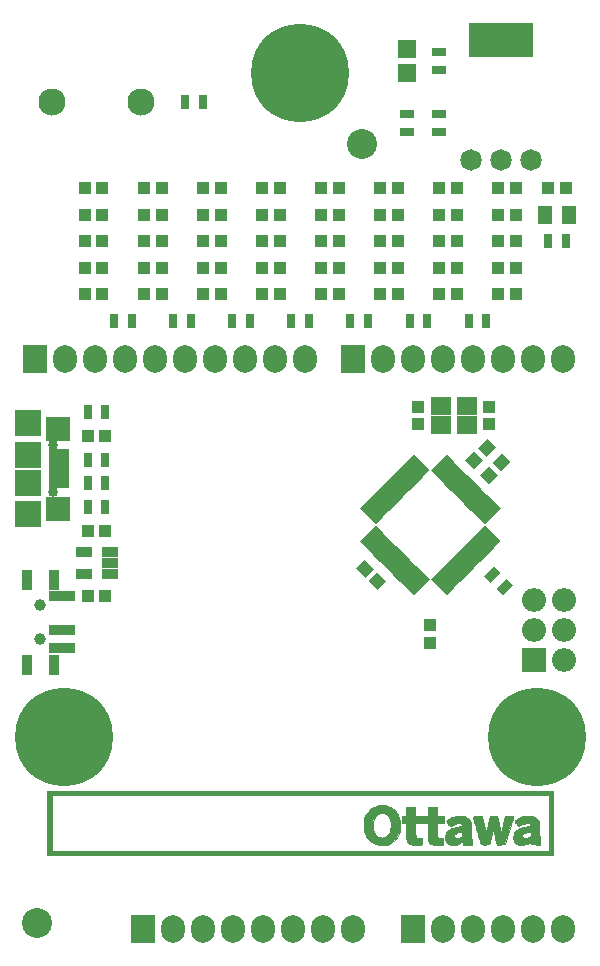
<source format=gts>
G04 #@! TF.FileFunction,Soldermask,Top*
%FSLAX46Y46*%
G04 Gerber Fmt 4.6, Leading zero omitted, Abs format (unit mm)*
G04 Created by KiCad (PCBNEW 4.0.0-rc1-stable) date 8/9/2016 10:19:07 PM*
%MOMM*%
G01*
G04 APERTURE LIST*
%ADD10C,0.100000*%
%ADD11C,0.010000*%
%ADD12C,2.540000*%
%ADD13R,1.050000X1.100000*%
%ADD14R,1.100000X1.050000*%
%ADD15R,1.097560X1.097560*%
%ADD16R,1.498880X1.498880*%
%ADD17R,2.027200X2.332000*%
%ADD18O,2.027200X2.332000*%
%ADD19R,2.027200X2.027200*%
%ADD20O,2.027200X2.027200*%
%ADD21R,0.800000X1.200000*%
%ADD22R,1.200000X0.800000*%
%ADD23C,2.300000*%
%ADD24R,1.360000X0.950000*%
%ADD25R,1.700000X1.500000*%
%ADD26C,1.000000*%
%ADD27R,2.300000X0.900000*%
%ADD28R,0.900000X1.800000*%
%ADD29C,8.300000*%
%ADD30C,1.824000*%
%ADD31R,5.380000X2.840000*%
%ADD32R,1.300000X1.550000*%
%ADD33R,1.750000X0.800000*%
%ADD34R,2.300000X2.300000*%
%ADD35R,2.000000X2.100000*%
%ADD36C,0.850000*%
G04 APERTURE END LIST*
D10*
D11*
G36*
X95937600Y-121243200D02*
X53087800Y-121243200D01*
X53087800Y-116137800D01*
X53468800Y-116137800D01*
X53468800Y-120887600D01*
X95556600Y-120887600D01*
X95556600Y-116137800D01*
X53468800Y-116137800D01*
X53087800Y-116137800D01*
X53087800Y-115782200D01*
X95937600Y-115782200D01*
X95937600Y-121243200D01*
X95937600Y-121243200D01*
G37*
X95937600Y-121243200D02*
X53087800Y-121243200D01*
X53087800Y-116137800D01*
X53468800Y-116137800D01*
X53468800Y-120887600D01*
X95556600Y-120887600D01*
X95556600Y-116137800D01*
X53468800Y-116137800D01*
X53087800Y-116137800D01*
X53087800Y-115782200D01*
X95937600Y-115782200D01*
X95937600Y-121243200D01*
G36*
X81521921Y-117005875D02*
X81695937Y-117019913D01*
X81808940Y-117039601D01*
X82062328Y-117124418D01*
X82290507Y-117251981D01*
X82490671Y-117419443D01*
X82660011Y-117623954D01*
X82795718Y-117862667D01*
X82894983Y-118132733D01*
X82898225Y-118144400D01*
X82921961Y-118268006D01*
X82937734Y-118427236D01*
X82945522Y-118607537D01*
X82945305Y-118794356D01*
X82937062Y-118973141D01*
X82920774Y-119129340D01*
X82899757Y-119236600D01*
X82802226Y-119511541D01*
X82667601Y-119754346D01*
X82498060Y-119962691D01*
X82295777Y-120134253D01*
X82062928Y-120266712D01*
X81866000Y-120340054D01*
X81770396Y-120360539D01*
X81642059Y-120377504D01*
X81498424Y-120389726D01*
X81356927Y-120395984D01*
X81235001Y-120395056D01*
X81167500Y-120389004D01*
X80897249Y-120323017D01*
X80651721Y-120212680D01*
X80430406Y-120057737D01*
X80328527Y-119963313D01*
X80175211Y-119787403D01*
X80058349Y-119602246D01*
X79968785Y-119391929D01*
X79931788Y-119273808D01*
X79900408Y-119121742D01*
X79880181Y-118935987D01*
X79871294Y-118732455D01*
X79872503Y-118638352D01*
X80652119Y-118638352D01*
X80654157Y-118779400D01*
X80683327Y-119035907D01*
X80744299Y-119255586D01*
X80836527Y-119437270D01*
X80959462Y-119579790D01*
X81065678Y-119656912D01*
X81233366Y-119729525D01*
X81405581Y-119752425D01*
X81585243Y-119725754D01*
X81694337Y-119687490D01*
X81841926Y-119598556D01*
X81964499Y-119468160D01*
X82060254Y-119300023D01*
X82127388Y-119097870D01*
X82164101Y-118865422D01*
X82170800Y-118703199D01*
X82154245Y-118446851D01*
X82105646Y-118222791D01*
X82026599Y-118033196D01*
X81918700Y-117880242D01*
X81783545Y-117766107D01*
X81622731Y-117692967D01*
X81437854Y-117662997D01*
X81407437Y-117662357D01*
X81222460Y-117684418D01*
X81060136Y-117750108D01*
X80922287Y-117856723D01*
X80810737Y-118001559D01*
X80727310Y-118181912D01*
X80673830Y-118395078D01*
X80652119Y-118638352D01*
X79872503Y-118638352D01*
X79873934Y-118527060D01*
X79888287Y-118335713D01*
X79914541Y-118174328D01*
X79918658Y-118157100D01*
X80008008Y-117894512D01*
X80136454Y-117657679D01*
X80299903Y-117450809D01*
X80494264Y-117278108D01*
X80715443Y-117143782D01*
X80959348Y-117052040D01*
X81005019Y-117040450D01*
X81155978Y-117016165D01*
X81335106Y-117004633D01*
X81521921Y-117005875D01*
X81521921Y-117005875D01*
G37*
X81521921Y-117005875D02*
X81695937Y-117019913D01*
X81808940Y-117039601D01*
X82062328Y-117124418D01*
X82290507Y-117251981D01*
X82490671Y-117419443D01*
X82660011Y-117623954D01*
X82795718Y-117862667D01*
X82894983Y-118132733D01*
X82898225Y-118144400D01*
X82921961Y-118268006D01*
X82937734Y-118427236D01*
X82945522Y-118607537D01*
X82945305Y-118794356D01*
X82937062Y-118973141D01*
X82920774Y-119129340D01*
X82899757Y-119236600D01*
X82802226Y-119511541D01*
X82667601Y-119754346D01*
X82498060Y-119962691D01*
X82295777Y-120134253D01*
X82062928Y-120266712D01*
X81866000Y-120340054D01*
X81770396Y-120360539D01*
X81642059Y-120377504D01*
X81498424Y-120389726D01*
X81356927Y-120395984D01*
X81235001Y-120395056D01*
X81167500Y-120389004D01*
X80897249Y-120323017D01*
X80651721Y-120212680D01*
X80430406Y-120057737D01*
X80328527Y-119963313D01*
X80175211Y-119787403D01*
X80058349Y-119602246D01*
X79968785Y-119391929D01*
X79931788Y-119273808D01*
X79900408Y-119121742D01*
X79880181Y-118935987D01*
X79871294Y-118732455D01*
X79872503Y-118638352D01*
X80652119Y-118638352D01*
X80654157Y-118779400D01*
X80683327Y-119035907D01*
X80744299Y-119255586D01*
X80836527Y-119437270D01*
X80959462Y-119579790D01*
X81065678Y-119656912D01*
X81233366Y-119729525D01*
X81405581Y-119752425D01*
X81585243Y-119725754D01*
X81694337Y-119687490D01*
X81841926Y-119598556D01*
X81964499Y-119468160D01*
X82060254Y-119300023D01*
X82127388Y-119097870D01*
X82164101Y-118865422D01*
X82170800Y-118703199D01*
X82154245Y-118446851D01*
X82105646Y-118222791D01*
X82026599Y-118033196D01*
X81918700Y-117880242D01*
X81783545Y-117766107D01*
X81622731Y-117692967D01*
X81437854Y-117662997D01*
X81407437Y-117662357D01*
X81222460Y-117684418D01*
X81060136Y-117750108D01*
X80922287Y-117856723D01*
X80810737Y-118001559D01*
X80727310Y-118181912D01*
X80673830Y-118395078D01*
X80652119Y-118638352D01*
X79872503Y-118638352D01*
X79873934Y-118527060D01*
X79888287Y-118335713D01*
X79914541Y-118174328D01*
X79918658Y-118157100D01*
X80008008Y-117894512D01*
X80136454Y-117657679D01*
X80299903Y-117450809D01*
X80494264Y-117278108D01*
X80715443Y-117143782D01*
X80959348Y-117052040D01*
X81005019Y-117040450D01*
X81155978Y-117016165D01*
X81335106Y-117004633D01*
X81521921Y-117005875D01*
G36*
X84228200Y-117939587D02*
X84526650Y-117946743D01*
X84825100Y-117953900D01*
X84832281Y-118239650D01*
X84839463Y-118525400D01*
X84222055Y-118525400D01*
X84232865Y-119077850D01*
X84238710Y-119299509D01*
X84246596Y-119472401D01*
X84256484Y-119595948D01*
X84268334Y-119669574D01*
X84274470Y-119686587D01*
X84329226Y-119738033D01*
X84421246Y-119772412D01*
X84539008Y-119786812D01*
X84649452Y-119781332D01*
X84787000Y-119764146D01*
X84787000Y-120045989D01*
X84786506Y-120168876D01*
X84783837Y-120250132D01*
X84777205Y-120298927D01*
X84764825Y-120324427D01*
X84744912Y-120335802D01*
X84729850Y-120339410D01*
X84645127Y-120350417D01*
X84525889Y-120358072D01*
X84388332Y-120362045D01*
X84248649Y-120362007D01*
X84123038Y-120357627D01*
X84063100Y-120352976D01*
X83884637Y-120324698D01*
X83747295Y-120277806D01*
X83643429Y-120207920D01*
X83565395Y-120110661D01*
X83533215Y-120049400D01*
X83517517Y-120011935D01*
X83505102Y-119971253D01*
X83495474Y-119920814D01*
X83488132Y-119854081D01*
X83482578Y-119764517D01*
X83478315Y-119645583D01*
X83474844Y-119490741D01*
X83471666Y-119293455D01*
X83470768Y-119230250D01*
X83460930Y-118525400D01*
X83083536Y-118525400D01*
X83097900Y-117953900D01*
X83464888Y-117939000D01*
X83478900Y-117166500D01*
X83853550Y-117159470D01*
X84228200Y-117152441D01*
X84228200Y-117939587D01*
X84228200Y-117939587D01*
G37*
X84228200Y-117939587D02*
X84526650Y-117946743D01*
X84825100Y-117953900D01*
X84832281Y-118239650D01*
X84839463Y-118525400D01*
X84222055Y-118525400D01*
X84232865Y-119077850D01*
X84238710Y-119299509D01*
X84246596Y-119472401D01*
X84256484Y-119595948D01*
X84268334Y-119669574D01*
X84274470Y-119686587D01*
X84329226Y-119738033D01*
X84421246Y-119772412D01*
X84539008Y-119786812D01*
X84649452Y-119781332D01*
X84787000Y-119764146D01*
X84787000Y-120045989D01*
X84786506Y-120168876D01*
X84783837Y-120250132D01*
X84777205Y-120298927D01*
X84764825Y-120324427D01*
X84744912Y-120335802D01*
X84729850Y-120339410D01*
X84645127Y-120350417D01*
X84525889Y-120358072D01*
X84388332Y-120362045D01*
X84248649Y-120362007D01*
X84123038Y-120357627D01*
X84063100Y-120352976D01*
X83884637Y-120324698D01*
X83747295Y-120277806D01*
X83643429Y-120207920D01*
X83565395Y-120110661D01*
X83533215Y-120049400D01*
X83517517Y-120011935D01*
X83505102Y-119971253D01*
X83495474Y-119920814D01*
X83488132Y-119854081D01*
X83482578Y-119764517D01*
X83478315Y-119645583D01*
X83474844Y-119490741D01*
X83471666Y-119293455D01*
X83470768Y-119230250D01*
X83460930Y-118525400D01*
X83083536Y-118525400D01*
X83097900Y-117953900D01*
X83464888Y-117939000D01*
X83478900Y-117166500D01*
X83853550Y-117159470D01*
X84228200Y-117152441D01*
X84228200Y-117939587D01*
G36*
X86057000Y-117941200D02*
X86641200Y-117941200D01*
X86641200Y-118525400D01*
X86057000Y-118525400D01*
X86057000Y-119082783D01*
X86057138Y-119264769D01*
X86058014Y-119403026D01*
X86060318Y-119504628D01*
X86064740Y-119576647D01*
X86071970Y-119626154D01*
X86082699Y-119660222D01*
X86097618Y-119685923D01*
X86117416Y-119710329D01*
X86118366Y-119711433D01*
X86152018Y-119746838D01*
X86186640Y-119767758D01*
X86235884Y-119777657D01*
X86313406Y-119780002D01*
X86385066Y-119779123D01*
X86590400Y-119775546D01*
X86590400Y-120051689D01*
X86589884Y-120173117D01*
X86587110Y-120253016D01*
X86580237Y-120300656D01*
X86567423Y-120325304D01*
X86546828Y-120336232D01*
X86533250Y-120339403D01*
X86445054Y-120350982D01*
X86322600Y-120358932D01*
X86182322Y-120362916D01*
X86040655Y-120362594D01*
X85914033Y-120357628D01*
X85860994Y-120353245D01*
X85667181Y-120316260D01*
X85514458Y-120249843D01*
X85402343Y-120153762D01*
X85375874Y-120118092D01*
X85307700Y-120015140D01*
X85292178Y-118525400D01*
X84886936Y-118525400D01*
X84901300Y-117953900D01*
X85098150Y-117946481D01*
X85295000Y-117939063D01*
X85295000Y-117153800D01*
X86057000Y-117153800D01*
X86057000Y-117941200D01*
X86057000Y-117941200D01*
G37*
X86057000Y-117941200D02*
X86641200Y-117941200D01*
X86641200Y-118525400D01*
X86057000Y-118525400D01*
X86057000Y-119082783D01*
X86057138Y-119264769D01*
X86058014Y-119403026D01*
X86060318Y-119504628D01*
X86064740Y-119576647D01*
X86071970Y-119626154D01*
X86082699Y-119660222D01*
X86097618Y-119685923D01*
X86117416Y-119710329D01*
X86118366Y-119711433D01*
X86152018Y-119746838D01*
X86186640Y-119767758D01*
X86235884Y-119777657D01*
X86313406Y-119780002D01*
X86385066Y-119779123D01*
X86590400Y-119775546D01*
X86590400Y-120051689D01*
X86589884Y-120173117D01*
X86587110Y-120253016D01*
X86580237Y-120300656D01*
X86567423Y-120325304D01*
X86546828Y-120336232D01*
X86533250Y-120339403D01*
X86445054Y-120350982D01*
X86322600Y-120358932D01*
X86182322Y-120362916D01*
X86040655Y-120362594D01*
X85914033Y-120357628D01*
X85860994Y-120353245D01*
X85667181Y-120316260D01*
X85514458Y-120249843D01*
X85402343Y-120153762D01*
X85375874Y-120118092D01*
X85307700Y-120015140D01*
X85292178Y-118525400D01*
X84886936Y-118525400D01*
X84901300Y-117953900D01*
X85098150Y-117946481D01*
X85295000Y-117939063D01*
X85295000Y-117153800D01*
X86057000Y-117153800D01*
X86057000Y-117941200D01*
G36*
X88166126Y-117929107D02*
X88279035Y-117931724D01*
X88361904Y-117937544D01*
X88425110Y-117947759D01*
X88479029Y-117963563D01*
X88534038Y-117986147D01*
X88540806Y-117989189D01*
X88652225Y-118055184D01*
X88755722Y-118142744D01*
X88775874Y-118164349D01*
X88822211Y-118219609D01*
X88860132Y-118273653D01*
X88890631Y-118332275D01*
X88914706Y-118401271D01*
X88933354Y-118486435D01*
X88947569Y-118593562D01*
X88958350Y-118728447D01*
X88966692Y-118896885D01*
X88973591Y-119104670D01*
X88979885Y-119350900D01*
X88985160Y-119552991D01*
X88991010Y-119741961D01*
X88997152Y-119910961D01*
X89003304Y-120053138D01*
X89009182Y-120161643D01*
X89014503Y-120229624D01*
X89016861Y-120246250D01*
X89034565Y-120328800D01*
X88269101Y-120328800D01*
X88253271Y-120233550D01*
X88236840Y-120143407D01*
X88221165Y-120097408D01*
X88199708Y-120089426D01*
X88165928Y-120113330D01*
X88145399Y-120132445D01*
X88005243Y-120234433D01*
X87833163Y-120310711D01*
X87642740Y-120358147D01*
X87447555Y-120373610D01*
X87261191Y-120353969D01*
X87223845Y-120344929D01*
X87064035Y-120278180D01*
X86930067Y-120174611D01*
X86831104Y-120041974D01*
X86807512Y-119992719D01*
X86783597Y-119900570D01*
X86770992Y-119777846D01*
X86770005Y-119643568D01*
X86774180Y-119595185D01*
X87508881Y-119595185D01*
X87531001Y-119663474D01*
X87570450Y-119710959D01*
X87611724Y-119747120D01*
X87653800Y-119765052D01*
X87713996Y-119768863D01*
X87793848Y-119763947D01*
X87895227Y-119749586D01*
X87990090Y-119725934D01*
X88039347Y-119706779D01*
X88127469Y-119657858D01*
X88180199Y-119611328D01*
X88206499Y-119551991D01*
X88215333Y-119464647D01*
X88216000Y-119407191D01*
X88216000Y-119230055D01*
X88092007Y-119246503D01*
X87890951Y-119285782D01*
X87733053Y-119345266D01*
X87614194Y-119426572D01*
X87600749Y-119439473D01*
X87531834Y-119523171D01*
X87508881Y-119595185D01*
X86774180Y-119595185D01*
X86780948Y-119516755D01*
X86798395Y-119433810D01*
X86851504Y-119324459D01*
X86941580Y-119210602D01*
X87057473Y-119104027D01*
X87188035Y-119016523D01*
X87198315Y-119010947D01*
X87334607Y-118950623D01*
X87505367Y-118893680D01*
X87694274Y-118844490D01*
X87885006Y-118807424D01*
X88024070Y-118789785D01*
X88121763Y-118779690D01*
X88179250Y-118768694D01*
X88207029Y-118752749D01*
X88215597Y-118727811D01*
X88216000Y-118715821D01*
X88192922Y-118635311D01*
X88132626Y-118564542D01*
X88048511Y-118517509D01*
X88018677Y-118509744D01*
X87895392Y-118505738D01*
X87747141Y-118530853D01*
X87587357Y-118580953D01*
X87429472Y-118651899D01*
X87297678Y-118731857D01*
X87238245Y-118765419D01*
X87189949Y-118779399D01*
X87189910Y-118779400D01*
X87156745Y-118759569D01*
X87105485Y-118707506D01*
X87044475Y-118634355D01*
X86982062Y-118551261D01*
X86926591Y-118469366D01*
X86886408Y-118399816D01*
X86869859Y-118353754D01*
X86869800Y-118351966D01*
X86892576Y-118300719D01*
X86955538Y-118238679D01*
X87050631Y-118170980D01*
X87169802Y-118102758D01*
X87304998Y-118039148D01*
X87441300Y-117987550D01*
X87517685Y-117964164D01*
X87590203Y-117947812D01*
X87670554Y-117937285D01*
X87770440Y-117931375D01*
X87901561Y-117928872D01*
X88012800Y-117928500D01*
X88166126Y-117929107D01*
X88166126Y-117929107D01*
G37*
X88166126Y-117929107D02*
X88279035Y-117931724D01*
X88361904Y-117937544D01*
X88425110Y-117947759D01*
X88479029Y-117963563D01*
X88534038Y-117986147D01*
X88540806Y-117989189D01*
X88652225Y-118055184D01*
X88755722Y-118142744D01*
X88775874Y-118164349D01*
X88822211Y-118219609D01*
X88860132Y-118273653D01*
X88890631Y-118332275D01*
X88914706Y-118401271D01*
X88933354Y-118486435D01*
X88947569Y-118593562D01*
X88958350Y-118728447D01*
X88966692Y-118896885D01*
X88973591Y-119104670D01*
X88979885Y-119350900D01*
X88985160Y-119552991D01*
X88991010Y-119741961D01*
X88997152Y-119910961D01*
X89003304Y-120053138D01*
X89009182Y-120161643D01*
X89014503Y-120229624D01*
X89016861Y-120246250D01*
X89034565Y-120328800D01*
X88269101Y-120328800D01*
X88253271Y-120233550D01*
X88236840Y-120143407D01*
X88221165Y-120097408D01*
X88199708Y-120089426D01*
X88165928Y-120113330D01*
X88145399Y-120132445D01*
X88005243Y-120234433D01*
X87833163Y-120310711D01*
X87642740Y-120358147D01*
X87447555Y-120373610D01*
X87261191Y-120353969D01*
X87223845Y-120344929D01*
X87064035Y-120278180D01*
X86930067Y-120174611D01*
X86831104Y-120041974D01*
X86807512Y-119992719D01*
X86783597Y-119900570D01*
X86770992Y-119777846D01*
X86770005Y-119643568D01*
X86774180Y-119595185D01*
X87508881Y-119595185D01*
X87531001Y-119663474D01*
X87570450Y-119710959D01*
X87611724Y-119747120D01*
X87653800Y-119765052D01*
X87713996Y-119768863D01*
X87793848Y-119763947D01*
X87895227Y-119749586D01*
X87990090Y-119725934D01*
X88039347Y-119706779D01*
X88127469Y-119657858D01*
X88180199Y-119611328D01*
X88206499Y-119551991D01*
X88215333Y-119464647D01*
X88216000Y-119407191D01*
X88216000Y-119230055D01*
X88092007Y-119246503D01*
X87890951Y-119285782D01*
X87733053Y-119345266D01*
X87614194Y-119426572D01*
X87600749Y-119439473D01*
X87531834Y-119523171D01*
X87508881Y-119595185D01*
X86774180Y-119595185D01*
X86780948Y-119516755D01*
X86798395Y-119433810D01*
X86851504Y-119324459D01*
X86941580Y-119210602D01*
X87057473Y-119104027D01*
X87188035Y-119016523D01*
X87198315Y-119010947D01*
X87334607Y-118950623D01*
X87505367Y-118893680D01*
X87694274Y-118844490D01*
X87885006Y-118807424D01*
X88024070Y-118789785D01*
X88121763Y-118779690D01*
X88179250Y-118768694D01*
X88207029Y-118752749D01*
X88215597Y-118727811D01*
X88216000Y-118715821D01*
X88192922Y-118635311D01*
X88132626Y-118564542D01*
X88048511Y-118517509D01*
X88018677Y-118509744D01*
X87895392Y-118505738D01*
X87747141Y-118530853D01*
X87587357Y-118580953D01*
X87429472Y-118651899D01*
X87297678Y-118731857D01*
X87238245Y-118765419D01*
X87189949Y-118779399D01*
X87189910Y-118779400D01*
X87156745Y-118759569D01*
X87105485Y-118707506D01*
X87044475Y-118634355D01*
X86982062Y-118551261D01*
X86926591Y-118469366D01*
X86886408Y-118399816D01*
X86869859Y-118353754D01*
X86869800Y-118351966D01*
X86892576Y-118300719D01*
X86955538Y-118238679D01*
X87050631Y-118170980D01*
X87169802Y-118102758D01*
X87304998Y-118039148D01*
X87441300Y-117987550D01*
X87517685Y-117964164D01*
X87590203Y-117947812D01*
X87670554Y-117937285D01*
X87770440Y-117931375D01*
X87901561Y-117928872D01*
X88012800Y-117928500D01*
X88166126Y-117929107D01*
G36*
X93876674Y-117919971D02*
X94016015Y-117925314D01*
X94117242Y-117932667D01*
X94193041Y-117944215D01*
X94256099Y-117962147D01*
X94319099Y-117988646D01*
X94343716Y-118000464D01*
X94492572Y-118097908D01*
X94605553Y-118228615D01*
X94685947Y-118396568D01*
X94696005Y-118427163D01*
X94711667Y-118483754D01*
X94723580Y-118544946D01*
X94732239Y-118618492D01*
X94738141Y-118712147D01*
X94741780Y-118833665D01*
X94743654Y-118990800D01*
X94744251Y-119181712D01*
X94746803Y-119470698D01*
X94753868Y-119723681D01*
X94765247Y-119937351D01*
X94780742Y-120108396D01*
X94800154Y-120233505D01*
X94809648Y-120272328D01*
X94826279Y-120330156D01*
X94045603Y-120316100D01*
X94020051Y-120198621D01*
X93994500Y-120081143D01*
X93884464Y-120165827D01*
X93729656Y-120258939D01*
X93548244Y-120326244D01*
X93355588Y-120364574D01*
X93167049Y-120370766D01*
X93011601Y-120345688D01*
X92841952Y-120274704D01*
X92704173Y-120168605D01*
X92617954Y-120056318D01*
X92583001Y-119991524D01*
X92561751Y-119932291D01*
X92550907Y-119862378D01*
X92547171Y-119765545D01*
X92546933Y-119706500D01*
X92549083Y-119588402D01*
X93296000Y-119588402D01*
X93318003Y-119669785D01*
X93378821Y-119728486D01*
X93470668Y-119762045D01*
X93585754Y-119768000D01*
X93716292Y-119743890D01*
X93751684Y-119732434D01*
X93838574Y-119695353D01*
X93918796Y-119651156D01*
X93932678Y-119641805D01*
X93971796Y-119610461D01*
X93994123Y-119576582D01*
X94004337Y-119525563D01*
X94007116Y-119442799D01*
X94007200Y-119409173D01*
X94007200Y-119229605D01*
X93868024Y-119245963D01*
X93702208Y-119277109D01*
X93555675Y-119327052D01*
X93435444Y-119391590D01*
X93348535Y-119466523D01*
X93301965Y-119547647D01*
X93296000Y-119588402D01*
X92549083Y-119588402D01*
X92549084Y-119588363D01*
X92557440Y-119503766D01*
X92575286Y-119435531D01*
X92605907Y-119366483D01*
X92615535Y-119347858D01*
X92719549Y-119199284D01*
X92863905Y-119074474D01*
X93051104Y-118971609D01*
X93219800Y-118908190D01*
X93336138Y-118875442D01*
X93474051Y-118843358D01*
X93617805Y-118814927D01*
X93751667Y-118793136D01*
X93859903Y-118780974D01*
X93897750Y-118779434D01*
X93966850Y-118770967D01*
X93995024Y-118740576D01*
X93986447Y-118680656D01*
X93972366Y-118643599D01*
X93915821Y-118569665D01*
X93824894Y-118524404D01*
X93706788Y-118507315D01*
X93568710Y-118517896D01*
X93417865Y-118555649D01*
X93261459Y-118620073D01*
X93118200Y-118702901D01*
X93046599Y-118746006D01*
X92987117Y-118773713D01*
X92963897Y-118779291D01*
X92931451Y-118759401D01*
X92881360Y-118707005D01*
X92821577Y-118633184D01*
X92760051Y-118549018D01*
X92704733Y-118465589D01*
X92663574Y-118393976D01*
X92644523Y-118345261D01*
X92644876Y-118334662D01*
X92678901Y-118291487D01*
X92748109Y-118234025D01*
X92841797Y-118169784D01*
X92949263Y-118106276D01*
X93028200Y-118065681D01*
X93204079Y-117994328D01*
X93388308Y-117947480D01*
X93593255Y-117923013D01*
X93831288Y-117918802D01*
X93876674Y-117919971D01*
X93876674Y-117919971D01*
G37*
X93876674Y-117919971D02*
X94016015Y-117925314D01*
X94117242Y-117932667D01*
X94193041Y-117944215D01*
X94256099Y-117962147D01*
X94319099Y-117988646D01*
X94343716Y-118000464D01*
X94492572Y-118097908D01*
X94605553Y-118228615D01*
X94685947Y-118396568D01*
X94696005Y-118427163D01*
X94711667Y-118483754D01*
X94723580Y-118544946D01*
X94732239Y-118618492D01*
X94738141Y-118712147D01*
X94741780Y-118833665D01*
X94743654Y-118990800D01*
X94744251Y-119181712D01*
X94746803Y-119470698D01*
X94753868Y-119723681D01*
X94765247Y-119937351D01*
X94780742Y-120108396D01*
X94800154Y-120233505D01*
X94809648Y-120272328D01*
X94826279Y-120330156D01*
X94045603Y-120316100D01*
X94020051Y-120198621D01*
X93994500Y-120081143D01*
X93884464Y-120165827D01*
X93729656Y-120258939D01*
X93548244Y-120326244D01*
X93355588Y-120364574D01*
X93167049Y-120370766D01*
X93011601Y-120345688D01*
X92841952Y-120274704D01*
X92704173Y-120168605D01*
X92617954Y-120056318D01*
X92583001Y-119991524D01*
X92561751Y-119932291D01*
X92550907Y-119862378D01*
X92547171Y-119765545D01*
X92546933Y-119706500D01*
X92549083Y-119588402D01*
X93296000Y-119588402D01*
X93318003Y-119669785D01*
X93378821Y-119728486D01*
X93470668Y-119762045D01*
X93585754Y-119768000D01*
X93716292Y-119743890D01*
X93751684Y-119732434D01*
X93838574Y-119695353D01*
X93918796Y-119651156D01*
X93932678Y-119641805D01*
X93971796Y-119610461D01*
X93994123Y-119576582D01*
X94004337Y-119525563D01*
X94007116Y-119442799D01*
X94007200Y-119409173D01*
X94007200Y-119229605D01*
X93868024Y-119245963D01*
X93702208Y-119277109D01*
X93555675Y-119327052D01*
X93435444Y-119391590D01*
X93348535Y-119466523D01*
X93301965Y-119547647D01*
X93296000Y-119588402D01*
X92549083Y-119588402D01*
X92549084Y-119588363D01*
X92557440Y-119503766D01*
X92575286Y-119435531D01*
X92605907Y-119366483D01*
X92615535Y-119347858D01*
X92719549Y-119199284D01*
X92863905Y-119074474D01*
X93051104Y-118971609D01*
X93219800Y-118908190D01*
X93336138Y-118875442D01*
X93474051Y-118843358D01*
X93617805Y-118814927D01*
X93751667Y-118793136D01*
X93859903Y-118780974D01*
X93897750Y-118779434D01*
X93966850Y-118770967D01*
X93995024Y-118740576D01*
X93986447Y-118680656D01*
X93972366Y-118643599D01*
X93915821Y-118569665D01*
X93824894Y-118524404D01*
X93706788Y-118507315D01*
X93568710Y-118517896D01*
X93417865Y-118555649D01*
X93261459Y-118620073D01*
X93118200Y-118702901D01*
X93046599Y-118746006D01*
X92987117Y-118773713D01*
X92963897Y-118779291D01*
X92931451Y-118759401D01*
X92881360Y-118707005D01*
X92821577Y-118633184D01*
X92760051Y-118549018D01*
X92704733Y-118465589D01*
X92663574Y-118393976D01*
X92644523Y-118345261D01*
X92644876Y-118334662D01*
X92678901Y-118291487D01*
X92748109Y-118234025D01*
X92841797Y-118169784D01*
X92949263Y-118106276D01*
X93028200Y-118065681D01*
X93204079Y-117994328D01*
X93388308Y-117947480D01*
X93593255Y-117923013D01*
X93831288Y-117918802D01*
X93876674Y-117919971D01*
G36*
X89644310Y-117941509D02*
X89745162Y-117943239D01*
X89811553Y-117947590D01*
X89851652Y-117955763D01*
X89873627Y-117968959D01*
X89885648Y-117988378D01*
X89889571Y-117998350D01*
X89901128Y-118038143D01*
X89922419Y-118119996D01*
X89951606Y-118236502D01*
X89986852Y-118380256D01*
X90026319Y-118543853D01*
X90059131Y-118681651D01*
X90207376Y-119307802D01*
X90367502Y-118644707D01*
X90410724Y-118468097D01*
X90451092Y-118307633D01*
X90486842Y-118169979D01*
X90516207Y-118061798D01*
X90537423Y-117989755D01*
X90548705Y-117960534D01*
X90581181Y-117952736D01*
X90653340Y-117947558D01*
X90754110Y-117945497D01*
X90858691Y-117946678D01*
X91147600Y-117953900D01*
X91313750Y-118619932D01*
X91357978Y-118795423D01*
X91398705Y-118953598D01*
X91434224Y-119088098D01*
X91462827Y-119192568D01*
X91482809Y-119260650D01*
X91492462Y-119285986D01*
X91492600Y-119286021D01*
X91501858Y-119262432D01*
X91521551Y-119195870D01*
X91549966Y-119092688D01*
X91585391Y-118959238D01*
X91626111Y-118801874D01*
X91670416Y-118626948D01*
X91672160Y-118619989D01*
X91839020Y-117953900D01*
X92174323Y-117946809D01*
X92319833Y-117945004D01*
X92420994Y-117947080D01*
X92484141Y-117953500D01*
X92515609Y-117964728D01*
X92521414Y-117972209D01*
X92516831Y-118002453D01*
X92499109Y-118076477D01*
X92469602Y-118189371D01*
X92429662Y-118336227D01*
X92380642Y-118512134D01*
X92323895Y-118712184D01*
X92260773Y-118931467D01*
X92194001Y-119160400D01*
X91854801Y-120316100D01*
X91138315Y-120330186D01*
X91120456Y-120259643D01*
X91109266Y-120215254D01*
X91087721Y-120129616D01*
X91057837Y-120010748D01*
X91021630Y-119866672D01*
X90981115Y-119705408D01*
X90959060Y-119617600D01*
X90815524Y-119046100D01*
X90667988Y-119655700D01*
X90626721Y-119825521D01*
X90588934Y-119979715D01*
X90556399Y-120111158D01*
X90530888Y-120212724D01*
X90514171Y-120277290D01*
X90508508Y-120297050D01*
X90487815Y-120310758D01*
X90434225Y-120320281D01*
X90342466Y-120326076D01*
X90207267Y-120328602D01*
X90142885Y-120328800D01*
X89990131Y-120327428D01*
X89882791Y-120323004D01*
X89815543Y-120315064D01*
X89783068Y-120303144D01*
X89778585Y-120297050D01*
X89753598Y-120218717D01*
X89718816Y-120104429D01*
X89675875Y-119959967D01*
X89626414Y-119791114D01*
X89572068Y-119603652D01*
X89514475Y-119403364D01*
X89455271Y-119196031D01*
X89396094Y-118987436D01*
X89338581Y-118783362D01*
X89284367Y-118589591D01*
X89235092Y-118411904D01*
X89192390Y-118256085D01*
X89157900Y-118127916D01*
X89133257Y-118033179D01*
X89120100Y-117977656D01*
X89118490Y-117965321D01*
X89148075Y-117956614D01*
X89219348Y-117949345D01*
X89323202Y-117944088D01*
X89450532Y-117941417D01*
X89500827Y-117941200D01*
X89644310Y-117941509D01*
X89644310Y-117941509D01*
G37*
X89644310Y-117941509D02*
X89745162Y-117943239D01*
X89811553Y-117947590D01*
X89851652Y-117955763D01*
X89873627Y-117968959D01*
X89885648Y-117988378D01*
X89889571Y-117998350D01*
X89901128Y-118038143D01*
X89922419Y-118119996D01*
X89951606Y-118236502D01*
X89986852Y-118380256D01*
X90026319Y-118543853D01*
X90059131Y-118681651D01*
X90207376Y-119307802D01*
X90367502Y-118644707D01*
X90410724Y-118468097D01*
X90451092Y-118307633D01*
X90486842Y-118169979D01*
X90516207Y-118061798D01*
X90537423Y-117989755D01*
X90548705Y-117960534D01*
X90581181Y-117952736D01*
X90653340Y-117947558D01*
X90754110Y-117945497D01*
X90858691Y-117946678D01*
X91147600Y-117953900D01*
X91313750Y-118619932D01*
X91357978Y-118795423D01*
X91398705Y-118953598D01*
X91434224Y-119088098D01*
X91462827Y-119192568D01*
X91482809Y-119260650D01*
X91492462Y-119285986D01*
X91492600Y-119286021D01*
X91501858Y-119262432D01*
X91521551Y-119195870D01*
X91549966Y-119092688D01*
X91585391Y-118959238D01*
X91626111Y-118801874D01*
X91670416Y-118626948D01*
X91672160Y-118619989D01*
X91839020Y-117953900D01*
X92174323Y-117946809D01*
X92319833Y-117945004D01*
X92420994Y-117947080D01*
X92484141Y-117953500D01*
X92515609Y-117964728D01*
X92521414Y-117972209D01*
X92516831Y-118002453D01*
X92499109Y-118076477D01*
X92469602Y-118189371D01*
X92429662Y-118336227D01*
X92380642Y-118512134D01*
X92323895Y-118712184D01*
X92260773Y-118931467D01*
X92194001Y-119160400D01*
X91854801Y-120316100D01*
X91138315Y-120330186D01*
X91120456Y-120259643D01*
X91109266Y-120215254D01*
X91087721Y-120129616D01*
X91057837Y-120010748D01*
X91021630Y-119866672D01*
X90981115Y-119705408D01*
X90959060Y-119617600D01*
X90815524Y-119046100D01*
X90667988Y-119655700D01*
X90626721Y-119825521D01*
X90588934Y-119979715D01*
X90556399Y-120111158D01*
X90530888Y-120212724D01*
X90514171Y-120277290D01*
X90508508Y-120297050D01*
X90487815Y-120310758D01*
X90434225Y-120320281D01*
X90342466Y-120326076D01*
X90207267Y-120328602D01*
X90142885Y-120328800D01*
X89990131Y-120327428D01*
X89882791Y-120323004D01*
X89815543Y-120315064D01*
X89783068Y-120303144D01*
X89778585Y-120297050D01*
X89753598Y-120218717D01*
X89718816Y-120104429D01*
X89675875Y-119959967D01*
X89626414Y-119791114D01*
X89572068Y-119603652D01*
X89514475Y-119403364D01*
X89455271Y-119196031D01*
X89396094Y-118987436D01*
X89338581Y-118783362D01*
X89284367Y-118589591D01*
X89235092Y-118411904D01*
X89192390Y-118256085D01*
X89157900Y-118127916D01*
X89133257Y-118033179D01*
X89120100Y-117977656D01*
X89118490Y-117965321D01*
X89148075Y-117956614D01*
X89219348Y-117949345D01*
X89323202Y-117944088D01*
X89450532Y-117941417D01*
X89500827Y-117941200D01*
X89644310Y-117941509D01*
D12*
X79750000Y-61000000D03*
D13*
X85500000Y-101750000D03*
X85500000Y-103250000D03*
X84500000Y-84750000D03*
X84500000Y-83250000D03*
D10*
G36*
X89201992Y-88540470D02*
X88459530Y-87798008D01*
X89237348Y-87020190D01*
X89979810Y-87762652D01*
X89201992Y-88540470D01*
X89201992Y-88540470D01*
G37*
G36*
X90262652Y-87479810D02*
X89520190Y-86737348D01*
X90298008Y-85959530D01*
X91040470Y-86701992D01*
X90262652Y-87479810D01*
X90262652Y-87479810D01*
G37*
G36*
X90451992Y-89790470D02*
X89709530Y-89048008D01*
X90487348Y-88270190D01*
X91229810Y-89012652D01*
X90451992Y-89790470D01*
X90451992Y-89790470D01*
G37*
G36*
X91512652Y-88729810D02*
X90770190Y-87987348D01*
X91548008Y-87209530D01*
X92290470Y-87951992D01*
X91512652Y-88729810D01*
X91512652Y-88729810D01*
G37*
D13*
X90500000Y-83250000D03*
X90500000Y-84750000D03*
D10*
G36*
X79209530Y-96951992D02*
X79951992Y-96209530D01*
X80729810Y-96987348D01*
X79987348Y-97729810D01*
X79209530Y-96951992D01*
X79209530Y-96951992D01*
G37*
G36*
X80270190Y-98012652D02*
X81012652Y-97270190D01*
X81790470Y-98048008D01*
X81048008Y-98790470D01*
X80270190Y-98012652D01*
X80270190Y-98012652D01*
G37*
D14*
X58000000Y-93750000D03*
X56500000Y-93750000D03*
X56500000Y-99250000D03*
X58000000Y-99250000D03*
D15*
X56250700Y-64750000D03*
X57749300Y-64750000D03*
X56250700Y-67000000D03*
X57749300Y-67000000D03*
X56250700Y-69250000D03*
X57749300Y-69250000D03*
X56250700Y-71500000D03*
X57749300Y-71500000D03*
X56250700Y-73750000D03*
X57749300Y-73750000D03*
X61250700Y-64750000D03*
X62749300Y-64750000D03*
X61250700Y-67000000D03*
X62749300Y-67000000D03*
X61250700Y-69250000D03*
X62749300Y-69250000D03*
X61250700Y-71500000D03*
X62749300Y-71500000D03*
X61250700Y-73750000D03*
X62749300Y-73750000D03*
X66250700Y-64750000D03*
X67749300Y-64750000D03*
X66250700Y-67000000D03*
X67749300Y-67000000D03*
X66250700Y-69250000D03*
X67749300Y-69250000D03*
X66250700Y-71500000D03*
X67749300Y-71500000D03*
X66250700Y-73750000D03*
X67749300Y-73750000D03*
X71250700Y-64750000D03*
X72749300Y-64750000D03*
X71250700Y-67000000D03*
X72749300Y-67000000D03*
X71250700Y-69250000D03*
X72749300Y-69250000D03*
X71250700Y-71500000D03*
X72749300Y-71500000D03*
X71250700Y-73750000D03*
X72749300Y-73750000D03*
X76250700Y-64750000D03*
X77749300Y-64750000D03*
X76250700Y-67000000D03*
X77749300Y-67000000D03*
X76250700Y-69250000D03*
X77749300Y-69250000D03*
X76250700Y-71500000D03*
X77749300Y-71500000D03*
X76250700Y-73750000D03*
X77749300Y-73750000D03*
X81250700Y-64750000D03*
X82749300Y-64750000D03*
X81250700Y-67000000D03*
X82749300Y-67000000D03*
X81250700Y-69250000D03*
X82749300Y-69250000D03*
X81250700Y-71500000D03*
X82749300Y-71500000D03*
X81250700Y-73750000D03*
X82749300Y-73750000D03*
X86250700Y-64750000D03*
X87749300Y-64750000D03*
X86250700Y-67000000D03*
X87749300Y-67000000D03*
X86250700Y-69250000D03*
X87749300Y-69250000D03*
X86250700Y-71500000D03*
X87749300Y-71500000D03*
X86250700Y-73750000D03*
X87749300Y-73750000D03*
X91250700Y-64750000D03*
X92749300Y-64750000D03*
X91250700Y-67000000D03*
X92749300Y-67000000D03*
X91250700Y-69250000D03*
X92749300Y-69250000D03*
X91250700Y-71500000D03*
X92749300Y-71500000D03*
X91250700Y-73750000D03*
X92749300Y-73750000D03*
X56500700Y-85750000D03*
X57999300Y-85750000D03*
D16*
X83500000Y-55049020D03*
X83500000Y-52950980D03*
D17*
X61144000Y-127500000D03*
D18*
X63684000Y-127500000D03*
X66224000Y-127500000D03*
X68764000Y-127500000D03*
X71304000Y-127500000D03*
X73844000Y-127500000D03*
X76384000Y-127500000D03*
X78924000Y-127500000D03*
D17*
X84004000Y-127500000D03*
D18*
X86544000Y-127500000D03*
X89084000Y-127500000D03*
X91624000Y-127500000D03*
X94164000Y-127500000D03*
X96704000Y-127500000D03*
D17*
X52000000Y-79240000D03*
D18*
X54540000Y-79240000D03*
X57080000Y-79240000D03*
X59620000Y-79240000D03*
X62160000Y-79240000D03*
X64700000Y-79240000D03*
X67240000Y-79240000D03*
X69780000Y-79240000D03*
X72320000Y-79240000D03*
X74860000Y-79240000D03*
D17*
X78924000Y-79240000D03*
D18*
X81464000Y-79240000D03*
X84004000Y-79240000D03*
X86544000Y-79240000D03*
X89084000Y-79240000D03*
X91624000Y-79240000D03*
X94164000Y-79240000D03*
X96704000Y-79240000D03*
D19*
X94304513Y-104730013D03*
D20*
X96844513Y-104730013D03*
X94304513Y-102190013D03*
X96844513Y-102190013D03*
X94304513Y-99650013D03*
X96844513Y-99650013D03*
D21*
X58750000Y-76000000D03*
X60250000Y-76000000D03*
X63750000Y-76000000D03*
X65250000Y-76000000D03*
X68750000Y-76000000D03*
X70250000Y-76000000D03*
X73750000Y-76000000D03*
X75250000Y-76000000D03*
X78750000Y-76000000D03*
X80250000Y-76000000D03*
X85250000Y-76000000D03*
X83750000Y-76000000D03*
X90250000Y-76000000D03*
X88750000Y-76000000D03*
X56500000Y-87750000D03*
X58000000Y-87750000D03*
X56500000Y-89750000D03*
X58000000Y-89750000D03*
X56500000Y-91750000D03*
X58000000Y-91750000D03*
X64750000Y-57500000D03*
X66250000Y-57500000D03*
X56500000Y-83750000D03*
X58000000Y-83750000D03*
D22*
X83500000Y-58500000D03*
X83500000Y-60000000D03*
D10*
G36*
X90012563Y-97611091D02*
X90861091Y-96762563D01*
X91426777Y-97328249D01*
X90578249Y-98176777D01*
X90012563Y-97611091D01*
X90012563Y-97611091D01*
G37*
G36*
X91073223Y-98671751D02*
X91921751Y-97823223D01*
X92487437Y-98388909D01*
X91638909Y-99237437D01*
X91073223Y-98671751D01*
X91073223Y-98671751D01*
G37*
D23*
X61049840Y-57500000D03*
X53450160Y-57500000D03*
D10*
G36*
X90856334Y-91252423D02*
X91457375Y-91853464D01*
X90113872Y-93196967D01*
X89512831Y-92595926D01*
X90856334Y-91252423D01*
X90856334Y-91252423D01*
G37*
G36*
X90290648Y-90686738D02*
X90891689Y-91287779D01*
X89548186Y-92631282D01*
X88947145Y-92030241D01*
X90290648Y-90686738D01*
X90290648Y-90686738D01*
G37*
G36*
X89724963Y-90121052D02*
X90326004Y-90722093D01*
X88982501Y-92065596D01*
X88381460Y-91464555D01*
X89724963Y-90121052D01*
X89724963Y-90121052D01*
G37*
G36*
X89159278Y-89555367D02*
X89760319Y-90156408D01*
X88416816Y-91499911D01*
X87815775Y-90898870D01*
X89159278Y-89555367D01*
X89159278Y-89555367D01*
G37*
G36*
X88593592Y-88989681D02*
X89194633Y-89590722D01*
X87851130Y-90934225D01*
X87250089Y-90333184D01*
X88593592Y-88989681D01*
X88593592Y-88989681D01*
G37*
G36*
X88027907Y-88423996D02*
X88628948Y-89025037D01*
X87285445Y-90368540D01*
X86684404Y-89767499D01*
X88027907Y-88423996D01*
X88027907Y-88423996D01*
G37*
G36*
X87462221Y-87858311D02*
X88063262Y-88459352D01*
X86719759Y-89802855D01*
X86118718Y-89201814D01*
X87462221Y-87858311D01*
X87462221Y-87858311D01*
G37*
G36*
X86896536Y-87292625D02*
X87497577Y-87893666D01*
X86154074Y-89237169D01*
X85553033Y-88636128D01*
X86896536Y-87292625D01*
X86896536Y-87292625D01*
G37*
G36*
X83502423Y-87893666D02*
X84103464Y-87292625D01*
X85446967Y-88636128D01*
X84845926Y-89237169D01*
X83502423Y-87893666D01*
X83502423Y-87893666D01*
G37*
G36*
X82936738Y-88459352D02*
X83537779Y-87858311D01*
X84881282Y-89201814D01*
X84280241Y-89802855D01*
X82936738Y-88459352D01*
X82936738Y-88459352D01*
G37*
G36*
X82371052Y-89025037D02*
X82972093Y-88423996D01*
X84315596Y-89767499D01*
X83714555Y-90368540D01*
X82371052Y-89025037D01*
X82371052Y-89025037D01*
G37*
G36*
X81805367Y-89590722D02*
X82406408Y-88989681D01*
X83749911Y-90333184D01*
X83148870Y-90934225D01*
X81805367Y-89590722D01*
X81805367Y-89590722D01*
G37*
G36*
X81239681Y-90156408D02*
X81840722Y-89555367D01*
X83184225Y-90898870D01*
X82583184Y-91499911D01*
X81239681Y-90156408D01*
X81239681Y-90156408D01*
G37*
G36*
X80673996Y-90722093D02*
X81275037Y-90121052D01*
X82618540Y-91464555D01*
X82017499Y-92065596D01*
X80673996Y-90722093D01*
X80673996Y-90722093D01*
G37*
G36*
X80108311Y-91287779D02*
X80709352Y-90686738D01*
X82052855Y-92030241D01*
X81451814Y-92631282D01*
X80108311Y-91287779D01*
X80108311Y-91287779D01*
G37*
G36*
X79542625Y-91853464D02*
X80143666Y-91252423D01*
X81487169Y-92595926D01*
X80886128Y-93196967D01*
X79542625Y-91853464D01*
X79542625Y-91853464D01*
G37*
G36*
X80886128Y-93303033D02*
X81487169Y-93904074D01*
X80143666Y-95247577D01*
X79542625Y-94646536D01*
X80886128Y-93303033D01*
X80886128Y-93303033D01*
G37*
G36*
X81451814Y-93868718D02*
X82052855Y-94469759D01*
X80709352Y-95813262D01*
X80108311Y-95212221D01*
X81451814Y-93868718D01*
X81451814Y-93868718D01*
G37*
G36*
X82017499Y-94434404D02*
X82618540Y-95035445D01*
X81275037Y-96378948D01*
X80673996Y-95777907D01*
X82017499Y-94434404D01*
X82017499Y-94434404D01*
G37*
G36*
X82583184Y-95000089D02*
X83184225Y-95601130D01*
X81840722Y-96944633D01*
X81239681Y-96343592D01*
X82583184Y-95000089D01*
X82583184Y-95000089D01*
G37*
G36*
X83148870Y-95565775D02*
X83749911Y-96166816D01*
X82406408Y-97510319D01*
X81805367Y-96909278D01*
X83148870Y-95565775D01*
X83148870Y-95565775D01*
G37*
G36*
X83714555Y-96131460D02*
X84315596Y-96732501D01*
X82972093Y-98076004D01*
X82371052Y-97474963D01*
X83714555Y-96131460D01*
X83714555Y-96131460D01*
G37*
G36*
X84280241Y-96697145D02*
X84881282Y-97298186D01*
X83537779Y-98641689D01*
X82936738Y-98040648D01*
X84280241Y-96697145D01*
X84280241Y-96697145D01*
G37*
G36*
X84845926Y-97262831D02*
X85446967Y-97863872D01*
X84103464Y-99207375D01*
X83502423Y-98606334D01*
X84845926Y-97262831D01*
X84845926Y-97262831D01*
G37*
G36*
X85553033Y-97863872D02*
X86154074Y-97262831D01*
X87497577Y-98606334D01*
X86896536Y-99207375D01*
X85553033Y-97863872D01*
X85553033Y-97863872D01*
G37*
G36*
X86118718Y-97298186D02*
X86719759Y-96697145D01*
X88063262Y-98040648D01*
X87462221Y-98641689D01*
X86118718Y-97298186D01*
X86118718Y-97298186D01*
G37*
G36*
X86684404Y-96732501D02*
X87285445Y-96131460D01*
X88628948Y-97474963D01*
X88027907Y-98076004D01*
X86684404Y-96732501D01*
X86684404Y-96732501D01*
G37*
G36*
X87250089Y-96166816D02*
X87851130Y-95565775D01*
X89194633Y-96909278D01*
X88593592Y-97510319D01*
X87250089Y-96166816D01*
X87250089Y-96166816D01*
G37*
G36*
X87815775Y-95601130D02*
X88416816Y-95000089D01*
X89760319Y-96343592D01*
X89159278Y-96944633D01*
X87815775Y-95601130D01*
X87815775Y-95601130D01*
G37*
G36*
X88381460Y-95035445D02*
X88982501Y-94434404D01*
X90326004Y-95777907D01*
X89724963Y-96378948D01*
X88381460Y-95035445D01*
X88381460Y-95035445D01*
G37*
G36*
X88947145Y-94469759D02*
X89548186Y-93868718D01*
X90891689Y-95212221D01*
X90290648Y-95813262D01*
X88947145Y-94469759D01*
X88947145Y-94469759D01*
G37*
G36*
X89512831Y-93904074D02*
X90113872Y-93303033D01*
X91457375Y-94646536D01*
X90856334Y-95247577D01*
X89512831Y-93904074D01*
X89512831Y-93904074D01*
G37*
D24*
X58350000Y-97450000D03*
X58350000Y-96500000D03*
X58350000Y-95550000D03*
X56150000Y-95550000D03*
X56150000Y-97450000D03*
D25*
X86400000Y-84800000D03*
X88600000Y-84800000D03*
X86400000Y-83200000D03*
X88600000Y-83200000D03*
D12*
X52250000Y-127000000D03*
D26*
X52500000Y-102950000D03*
X52500000Y-100050000D03*
D27*
X54350000Y-103700000D03*
X54350000Y-99300000D03*
X54350000Y-102200000D03*
D28*
X51350000Y-105100000D03*
X53650000Y-105100000D03*
X53650000Y-97900000D03*
X51350000Y-97900000D03*
D29*
X94500000Y-111250000D03*
D26*
X97500000Y-111250000D03*
X96621320Y-113371320D03*
X94500000Y-114250000D03*
X92378680Y-113371320D03*
X91500000Y-111250000D03*
X92378680Y-109128680D03*
X94500000Y-108250000D03*
X96621320Y-109128680D03*
D29*
X54500000Y-111250000D03*
D26*
X57500000Y-111250000D03*
X56621320Y-113371320D03*
X54500000Y-114250000D03*
X52378680Y-113371320D03*
X51500000Y-111250000D03*
X52378680Y-109128680D03*
X54500000Y-108250000D03*
X56621320Y-109128680D03*
D29*
X74500000Y-55000000D03*
D26*
X77500000Y-55000000D03*
X76621320Y-57121320D03*
X74500000Y-58000000D03*
X72378680Y-57121320D03*
X71500000Y-55000000D03*
X72378680Y-52878680D03*
X74500000Y-52000000D03*
X76621320Y-52878680D03*
D30*
X88960000Y-62350000D03*
X91500000Y-62350000D03*
X94040000Y-62350000D03*
D31*
X91500000Y-52190000D03*
D32*
X95250000Y-67000000D03*
X97250000Y-67000000D03*
D14*
X95500000Y-64750000D03*
X97000000Y-64750000D03*
D22*
X86250000Y-54750000D03*
X86250000Y-53250000D03*
D21*
X95500000Y-69250000D03*
X97000000Y-69250000D03*
D22*
X86250000Y-60000000D03*
X86250000Y-58500000D03*
D33*
X54085000Y-87219000D03*
X54085000Y-87869000D03*
X54085000Y-88519000D03*
X54085000Y-89169000D03*
X54085000Y-89819000D03*
D34*
X51435000Y-87319000D03*
X51435000Y-89719000D03*
X51435000Y-84669000D03*
D35*
X53985000Y-85119000D03*
X53985000Y-91919000D03*
D34*
X51435000Y-92369000D03*
D36*
X53585000Y-86519000D03*
X53585000Y-90519000D03*
M02*

</source>
